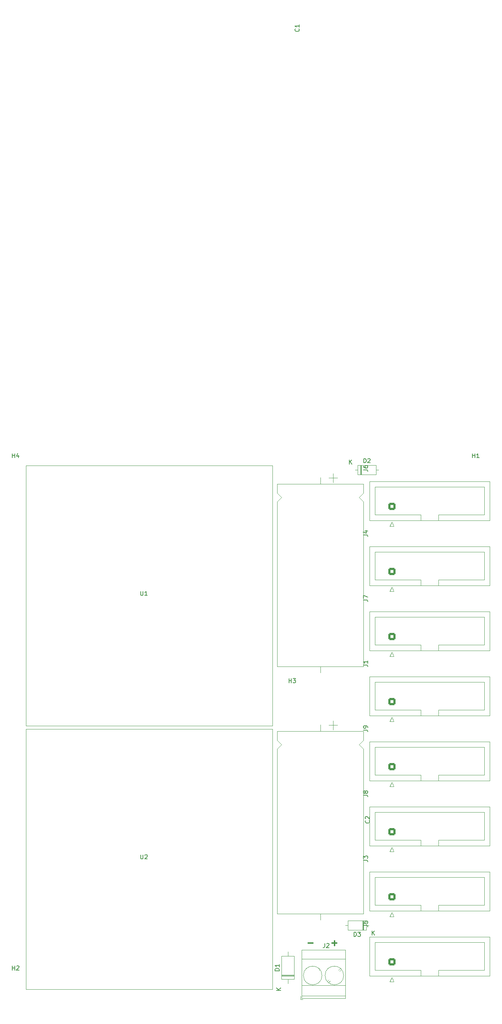
<source format=gto>
%TF.GenerationSoftware,KiCad,Pcbnew,(6.0.0)*%
%TF.CreationDate,2022-06-27T07:24:41-07:00*%
%TF.ProjectId,pwr2,70777232-2e6b-4696-9361-645f70636258,rev?*%
%TF.SameCoordinates,Original*%
%TF.FileFunction,Legend,Top*%
%TF.FilePolarity,Positive*%
%FSLAX46Y46*%
G04 Gerber Fmt 4.6, Leading zero omitted, Abs format (unit mm)*
G04 Created by KiCad (PCBNEW (6.0.0)) date 2022-06-27 07:24:41*
%MOMM*%
%LPD*%
G01*
G04 APERTURE LIST*
G04 Aperture macros list*
%AMRoundRect*
0 Rectangle with rounded corners*
0 $1 Rounding radius*
0 $2 $3 $4 $5 $6 $7 $8 $9 X,Y pos of 4 corners*
0 Add a 4 corners polygon primitive as box body*
4,1,4,$2,$3,$4,$5,$6,$7,$8,$9,$2,$3,0*
0 Add four circle primitives for the rounded corners*
1,1,$1+$1,$2,$3*
1,1,$1+$1,$4,$5*
1,1,$1+$1,$6,$7*
1,1,$1+$1,$8,$9*
0 Add four rect primitives between the rounded corners*
20,1,$1+$1,$2,$3,$4,$5,0*
20,1,$1+$1,$4,$5,$6,$7,0*
20,1,$1+$1,$6,$7,$8,$9,0*
20,1,$1+$1,$8,$9,$2,$3,0*%
G04 Aperture macros list end*
%ADD10C,0.300000*%
%ADD11C,0.150000*%
%ADD12C,0.120000*%
%ADD13C,2.000000*%
%ADD14C,3.500000*%
%ADD15R,2.200000X2.200000*%
%ADD16O,2.200000X2.200000*%
%ADD17RoundRect,0.250000X0.600000X-0.600000X0.600000X0.600000X-0.600000X0.600000X-0.600000X-0.600000X0*%
%ADD18C,1.700000*%
%ADD19C,3.200000*%
%ADD20C,2.600000*%
%ADD21R,2.600000X2.600000*%
%ADD22R,2.800000X2.800000*%
%ADD23O,2.800000X2.800000*%
%ADD24R,1.600000X1.600000*%
%ADD25O,1.600000X1.600000*%
G04 APERTURE END LIST*
D10*
X128968571Y-143617142D02*
X130111428Y-143617142D01*
X134556571Y-143617142D02*
X135699428Y-143617142D01*
X135128000Y-144188571D02*
X135128000Y-143045714D01*
D11*
X89667095Y-122884380D02*
X89667095Y-123693904D01*
X89714714Y-123789142D01*
X89762333Y-123836761D01*
X89857571Y-123884380D01*
X90048047Y-123884380D01*
X90143285Y-123836761D01*
X90190904Y-123789142D01*
X90238523Y-123693904D01*
X90238523Y-122884380D01*
X90667095Y-122979619D02*
X90714714Y-122932000D01*
X90809952Y-122884380D01*
X91048047Y-122884380D01*
X91143285Y-122932000D01*
X91190904Y-122979619D01*
X91238523Y-123074857D01*
X91238523Y-123170095D01*
X91190904Y-123312952D01*
X90619476Y-123884380D01*
X91238523Y-123884380D01*
X89667095Y-61162380D02*
X89667095Y-61971904D01*
X89714714Y-62067142D01*
X89762333Y-62114761D01*
X89857571Y-62162380D01*
X90048047Y-62162380D01*
X90143285Y-62114761D01*
X90190904Y-62067142D01*
X90238523Y-61971904D01*
X90238523Y-61162380D01*
X91238523Y-62162380D02*
X90667095Y-62162380D01*
X90952809Y-62162380D02*
X90952809Y-61162380D01*
X90857571Y-61305238D01*
X90762333Y-61400476D01*
X90667095Y-61448095D01*
X122188380Y-150090095D02*
X121188380Y-150090095D01*
X121188380Y-149852000D01*
X121236000Y-149709142D01*
X121331238Y-149613904D01*
X121426476Y-149566285D01*
X121616952Y-149518666D01*
X121759809Y-149518666D01*
X121950285Y-149566285D01*
X122045523Y-149613904D01*
X122140761Y-149709142D01*
X122188380Y-149852000D01*
X122188380Y-150090095D01*
X122188380Y-148566285D02*
X122188380Y-149137714D01*
X122188380Y-148852000D02*
X121188380Y-148852000D01*
X121331238Y-148947238D01*
X121426476Y-149042476D01*
X121474095Y-149137714D01*
X122558380Y-154693904D02*
X121558380Y-154693904D01*
X122558380Y-154122476D02*
X121986952Y-154551047D01*
X121558380Y-154122476D02*
X122129809Y-154693904D01*
X141942380Y-139398333D02*
X142656666Y-139398333D01*
X142799523Y-139445952D01*
X142894761Y-139541190D01*
X142942380Y-139684047D01*
X142942380Y-139779285D01*
X141942380Y-138445952D02*
X141942380Y-138922142D01*
X142418571Y-138969761D01*
X142370952Y-138922142D01*
X142323333Y-138826904D01*
X142323333Y-138588809D01*
X142370952Y-138493571D01*
X142418571Y-138445952D01*
X142513809Y-138398333D01*
X142751904Y-138398333D01*
X142847142Y-138445952D01*
X142894761Y-138493571D01*
X142942380Y-138588809D01*
X142942380Y-138826904D01*
X142894761Y-138922142D01*
X142847142Y-138969761D01*
X141942380Y-108918333D02*
X142656666Y-108918333D01*
X142799523Y-108965952D01*
X142894761Y-109061190D01*
X142942380Y-109204047D01*
X142942380Y-109299285D01*
X142370952Y-108299285D02*
X142323333Y-108394523D01*
X142275714Y-108442142D01*
X142180476Y-108489761D01*
X142132857Y-108489761D01*
X142037619Y-108442142D01*
X141990000Y-108394523D01*
X141942380Y-108299285D01*
X141942380Y-108108809D01*
X141990000Y-108013571D01*
X142037619Y-107965952D01*
X142132857Y-107918333D01*
X142180476Y-107918333D01*
X142275714Y-107965952D01*
X142323333Y-108013571D01*
X142370952Y-108108809D01*
X142370952Y-108299285D01*
X142418571Y-108394523D01*
X142466190Y-108442142D01*
X142561428Y-108489761D01*
X142751904Y-108489761D01*
X142847142Y-108442142D01*
X142894761Y-108394523D01*
X142942380Y-108299285D01*
X142942380Y-108108809D01*
X142894761Y-108013571D01*
X142847142Y-107965952D01*
X142751904Y-107918333D01*
X142561428Y-107918333D01*
X142466190Y-107965952D01*
X142418571Y-108013571D01*
X142370952Y-108108809D01*
X124460095Y-82612380D02*
X124460095Y-81612380D01*
X124460095Y-82088571D02*
X125031523Y-82088571D01*
X125031523Y-82612380D02*
X125031523Y-81612380D01*
X125412476Y-81612380D02*
X126031523Y-81612380D01*
X125698190Y-81993333D01*
X125841047Y-81993333D01*
X125936285Y-82040952D01*
X125983904Y-82088571D01*
X126031523Y-82183809D01*
X126031523Y-82421904D01*
X125983904Y-82517142D01*
X125936285Y-82564761D01*
X125841047Y-82612380D01*
X125555333Y-82612380D01*
X125460095Y-82564761D01*
X125412476Y-82517142D01*
X167513095Y-29907380D02*
X167513095Y-28907380D01*
X167513095Y-29383571D02*
X168084523Y-29383571D01*
X168084523Y-29907380D02*
X168084523Y-28907380D01*
X169084523Y-29907380D02*
X168513095Y-29907380D01*
X168798809Y-29907380D02*
X168798809Y-28907380D01*
X168703571Y-29050238D01*
X168608333Y-29145476D01*
X168513095Y-29193095D01*
X132864666Y-143663380D02*
X132864666Y-144377666D01*
X132817047Y-144520523D01*
X132721809Y-144615761D01*
X132578952Y-144663380D01*
X132483714Y-144663380D01*
X133293238Y-143758619D02*
X133340857Y-143711000D01*
X133436095Y-143663380D01*
X133674190Y-143663380D01*
X133769428Y-143711000D01*
X133817047Y-143758619D01*
X133864666Y-143853857D01*
X133864666Y-143949095D01*
X133817047Y-144091952D01*
X133245619Y-144663380D01*
X133864666Y-144663380D01*
X168727380Y-154431904D02*
X167727380Y-154431904D01*
X168203571Y-154431904D02*
X168203571Y-153860476D01*
X168727380Y-153860476D02*
X167727380Y-153860476D01*
X167727380Y-152908095D02*
X167727380Y-153384285D01*
X168203571Y-153431904D01*
X168155952Y-153384285D01*
X168108333Y-153289047D01*
X168108333Y-153050952D01*
X168155952Y-152955714D01*
X168203571Y-152908095D01*
X168298809Y-152860476D01*
X168536904Y-152860476D01*
X168632142Y-152908095D01*
X168679761Y-152955714D01*
X168727380Y-153050952D01*
X168727380Y-153289047D01*
X168679761Y-153384285D01*
X168632142Y-153431904D01*
X141942380Y-63198333D02*
X142656666Y-63198333D01*
X142799523Y-63245952D01*
X142894761Y-63341190D01*
X142942380Y-63484047D01*
X142942380Y-63579285D01*
X141942380Y-62817380D02*
X141942380Y-62150714D01*
X142942380Y-62579285D01*
X143298142Y-114867666D02*
X143345761Y-114915285D01*
X143393380Y-115058142D01*
X143393380Y-115153380D01*
X143345761Y-115296238D01*
X143250523Y-115391476D01*
X143155285Y-115439095D01*
X142964809Y-115486714D01*
X142821952Y-115486714D01*
X142631476Y-115439095D01*
X142536238Y-115391476D01*
X142441000Y-115296238D01*
X142393380Y-115153380D01*
X142393380Y-115058142D01*
X142441000Y-114915285D01*
X142488619Y-114867666D01*
X142488619Y-114486714D02*
X142441000Y-114439095D01*
X142393380Y-114343857D01*
X142393380Y-114105761D01*
X142441000Y-114010523D01*
X142488619Y-113962904D01*
X142583857Y-113915285D01*
X142679095Y-113915285D01*
X142821952Y-113962904D01*
X143393380Y-114534333D01*
X143393380Y-113915285D01*
X139723904Y-142018380D02*
X139723904Y-141018380D01*
X139962000Y-141018380D01*
X140104857Y-141066000D01*
X140200095Y-141161238D01*
X140247714Y-141256476D01*
X140295333Y-141446952D01*
X140295333Y-141589809D01*
X140247714Y-141780285D01*
X140200095Y-141875523D01*
X140104857Y-141970761D01*
X139962000Y-142018380D01*
X139723904Y-142018380D01*
X140628666Y-141018380D02*
X141247714Y-141018380D01*
X140914380Y-141399333D01*
X141057238Y-141399333D01*
X141152476Y-141446952D01*
X141200095Y-141494571D01*
X141247714Y-141589809D01*
X141247714Y-141827904D01*
X141200095Y-141923142D01*
X141152476Y-141970761D01*
X141057238Y-142018380D01*
X140771523Y-142018380D01*
X140676285Y-141970761D01*
X140628666Y-141923142D01*
X144010095Y-141698380D02*
X144010095Y-140698380D01*
X144581523Y-141698380D02*
X144152952Y-141126952D01*
X144581523Y-140698380D02*
X144010095Y-141269809D01*
X59563095Y-149922380D02*
X59563095Y-148922380D01*
X59563095Y-149398571D02*
X60134523Y-149398571D01*
X60134523Y-149922380D02*
X60134523Y-148922380D01*
X60563095Y-149017619D02*
X60610714Y-148970000D01*
X60705952Y-148922380D01*
X60944047Y-148922380D01*
X61039285Y-148970000D01*
X61086904Y-149017619D01*
X61134523Y-149112857D01*
X61134523Y-149208095D01*
X61086904Y-149350952D01*
X60515476Y-149922380D01*
X61134523Y-149922380D01*
X142009904Y-31098380D02*
X142009904Y-30098380D01*
X142248000Y-30098380D01*
X142390857Y-30146000D01*
X142486095Y-30241238D01*
X142533714Y-30336476D01*
X142581333Y-30526952D01*
X142581333Y-30669809D01*
X142533714Y-30860285D01*
X142486095Y-30955523D01*
X142390857Y-31050761D01*
X142248000Y-31098380D01*
X142009904Y-31098380D01*
X142962285Y-30193619D02*
X143009904Y-30146000D01*
X143105142Y-30098380D01*
X143343238Y-30098380D01*
X143438476Y-30146000D01*
X143486095Y-30193619D01*
X143533714Y-30288857D01*
X143533714Y-30384095D01*
X143486095Y-30526952D01*
X142914666Y-31098380D01*
X143533714Y-31098380D01*
X138676095Y-31418380D02*
X138676095Y-30418380D01*
X139247523Y-31418380D02*
X138818952Y-30846952D01*
X139247523Y-30418380D02*
X138676095Y-30989809D01*
X126793142Y70581833D02*
X126840761Y70534214D01*
X126888380Y70391357D01*
X126888380Y70296119D01*
X126840761Y70153261D01*
X126745523Y70058023D01*
X126650285Y70010404D01*
X126459809Y69962785D01*
X126316952Y69962785D01*
X126126476Y70010404D01*
X126031238Y70058023D01*
X125936000Y70153261D01*
X125888380Y70296119D01*
X125888380Y70391357D01*
X125936000Y70534214D01*
X125983619Y70581833D01*
X126888380Y71534214D02*
X126888380Y70962785D01*
X126888380Y71248500D02*
X125888380Y71248500D01*
X126031238Y71153261D01*
X126126476Y71058023D01*
X126174095Y70962785D01*
X141942380Y-124158333D02*
X142656666Y-124158333D01*
X142799523Y-124205952D01*
X142894761Y-124301190D01*
X142942380Y-124444047D01*
X142942380Y-124539285D01*
X141942380Y-123777380D02*
X141942380Y-123158333D01*
X142323333Y-123491666D01*
X142323333Y-123348809D01*
X142370952Y-123253571D01*
X142418571Y-123205952D01*
X142513809Y-123158333D01*
X142751904Y-123158333D01*
X142847142Y-123205952D01*
X142894761Y-123253571D01*
X142942380Y-123348809D01*
X142942380Y-123634523D01*
X142894761Y-123729761D01*
X142847142Y-123777380D01*
X59563095Y-29907380D02*
X59563095Y-28907380D01*
X59563095Y-29383571D02*
X60134523Y-29383571D01*
X60134523Y-29907380D02*
X60134523Y-28907380D01*
X61039285Y-29240714D02*
X61039285Y-29907380D01*
X60801190Y-28859761D02*
X60563095Y-29574047D01*
X61182142Y-29574047D01*
X141942380Y-47958333D02*
X142656666Y-47958333D01*
X142799523Y-48005952D01*
X142894761Y-48101190D01*
X142942380Y-48244047D01*
X142942380Y-48339285D01*
X142275714Y-47053571D02*
X142942380Y-47053571D01*
X141894761Y-47291666D02*
X142609047Y-47529761D01*
X142609047Y-46910714D01*
X141942380Y-93678333D02*
X142656666Y-93678333D01*
X142799523Y-93725952D01*
X142894761Y-93821190D01*
X142942380Y-93964047D01*
X142942380Y-94059285D01*
X142942380Y-93154523D02*
X142942380Y-92964047D01*
X142894761Y-92868809D01*
X142847142Y-92821190D01*
X142704285Y-92725952D01*
X142513809Y-92678333D01*
X142132857Y-92678333D01*
X142037619Y-92725952D01*
X141990000Y-92773571D01*
X141942380Y-92868809D01*
X141942380Y-93059285D01*
X141990000Y-93154523D01*
X142037619Y-93202142D01*
X142132857Y-93249761D01*
X142370952Y-93249761D01*
X142466190Y-93202142D01*
X142513809Y-93154523D01*
X142561428Y-93059285D01*
X142561428Y-92868809D01*
X142513809Y-92773571D01*
X142466190Y-92725952D01*
X142370952Y-92678333D01*
X141942380Y-32718333D02*
X142656666Y-32718333D01*
X142799523Y-32765952D01*
X142894761Y-32861190D01*
X142942380Y-33004047D01*
X142942380Y-33099285D01*
X141942380Y-31813571D02*
X141942380Y-32004047D01*
X141990000Y-32099285D01*
X142037619Y-32146904D01*
X142180476Y-32242142D01*
X142370952Y-32289761D01*
X142751904Y-32289761D01*
X142847142Y-32242142D01*
X142894761Y-32194523D01*
X142942380Y-32099285D01*
X142942380Y-31908809D01*
X142894761Y-31813571D01*
X142847142Y-31765952D01*
X142751904Y-31718333D01*
X142513809Y-31718333D01*
X142418571Y-31765952D01*
X142370952Y-31813571D01*
X142323333Y-31908809D01*
X142323333Y-32099285D01*
X142370952Y-32194523D01*
X142418571Y-32242142D01*
X142513809Y-32289761D01*
X141942380Y-78438333D02*
X142656666Y-78438333D01*
X142799523Y-78485952D01*
X142894761Y-78581190D01*
X142942380Y-78724047D01*
X142942380Y-78819285D01*
X142942380Y-77438333D02*
X142942380Y-78009761D01*
X142942380Y-77724047D02*
X141942380Y-77724047D01*
X142085238Y-77819285D01*
X142180476Y-77914523D01*
X142228095Y-78009761D01*
D12*
X62744000Y-93452000D02*
X120644000Y-93452000D01*
X120644000Y-93452000D02*
X120644000Y-154452000D01*
X120644000Y-154452000D02*
X62744000Y-154452000D01*
X62744000Y-154452000D02*
X62744000Y-93452000D01*
X62744000Y-31730000D02*
X120644000Y-31730000D01*
X120644000Y-31730000D02*
X120644000Y-92730000D01*
X120644000Y-92730000D02*
X62744000Y-92730000D01*
X62744000Y-92730000D02*
X62744000Y-31730000D01*
X122736000Y-151172000D02*
X125676000Y-151172000D01*
X122736000Y-151292000D02*
X125676000Y-151292000D01*
X124206000Y-145612000D02*
X124206000Y-146632000D01*
X122736000Y-146632000D02*
X122736000Y-152072000D01*
X125676000Y-152072000D02*
X125676000Y-146632000D01*
X122736000Y-151052000D02*
X125676000Y-151052000D01*
X124206000Y-153092000D02*
X124206000Y-152072000D01*
X122736000Y-152072000D02*
X125676000Y-152072000D01*
X125676000Y-146632000D02*
X122736000Y-146632000D01*
X143380000Y-142125000D02*
X171580000Y-142125000D01*
X170280000Y-149935000D02*
X159530000Y-149935000D01*
X171580000Y-151245000D02*
X143380000Y-151245000D01*
X171580000Y-142125000D02*
X171580000Y-151245000D01*
X144680000Y-143435000D02*
X170280000Y-143435000D01*
X148590000Y-151635000D02*
X148090000Y-152635000D01*
X143380000Y-151245000D02*
X143380000Y-142125000D01*
X149090000Y-152635000D02*
X148590000Y-151635000D01*
X144680000Y-149935000D02*
X144680000Y-143435000D01*
X159530000Y-149935000D02*
X159530000Y-149935000D01*
X159530000Y-149935000D02*
X159530000Y-151245000D01*
X170280000Y-143435000D02*
X170280000Y-149935000D01*
X155430000Y-149935000D02*
X144680000Y-149935000D01*
X148090000Y-152635000D02*
X149090000Y-152635000D01*
X155430000Y-151245000D02*
X155430000Y-149935000D01*
X159530000Y-119455000D02*
X159530000Y-119455000D01*
X143380000Y-120765000D02*
X143380000Y-111645000D01*
X148090000Y-122155000D02*
X149090000Y-122155000D01*
X171580000Y-120765000D02*
X143380000Y-120765000D01*
X170280000Y-112955000D02*
X170280000Y-119455000D01*
X149090000Y-122155000D02*
X148590000Y-121155000D01*
X144680000Y-112955000D02*
X170280000Y-112955000D01*
X143380000Y-111645000D02*
X171580000Y-111645000D01*
X148590000Y-121155000D02*
X148090000Y-122155000D01*
X159530000Y-119455000D02*
X159530000Y-120765000D01*
X155430000Y-120765000D02*
X155430000Y-119455000D01*
X155430000Y-119455000D02*
X144680000Y-119455000D01*
X170280000Y-119455000D02*
X159530000Y-119455000D01*
X171580000Y-111645000D02*
X171580000Y-120765000D01*
X144680000Y-119455000D02*
X144680000Y-112955000D01*
X137303000Y-151176000D02*
G75*
G03*
X137303000Y-151176000I-2180000J0D01*
G01*
X132223000Y-151176000D02*
G75*
G03*
X132223000Y-151176000I-2180000J0D01*
G01*
X131431000Y-149522000D02*
X131324000Y-149629000D01*
X131697000Y-149788000D02*
X131590000Y-149895000D01*
X127443000Y-153476000D02*
X137723000Y-153476000D01*
X128761000Y-152723000D02*
X128655000Y-152830000D01*
X127443000Y-156536000D02*
X137723000Y-156536000D01*
X127203000Y-156776000D02*
X127703000Y-156776000D01*
X127443000Y-145216000D02*
X127443000Y-156536000D01*
X128495000Y-152457000D02*
X128389000Y-152564000D01*
X127443000Y-155976000D02*
X137723000Y-155976000D01*
X136777000Y-149788000D02*
X136382000Y-150184000D01*
X133865000Y-152168000D02*
X133470000Y-152564000D01*
X127443000Y-145216000D02*
X137723000Y-145216000D01*
X134116000Y-152450000D02*
X133736000Y-152830000D01*
X136511000Y-149522000D02*
X136131000Y-149902000D01*
X127203000Y-156036000D02*
X127203000Y-156776000D01*
X137723000Y-145216000D02*
X137723000Y-156536000D01*
X127443000Y-147276000D02*
X137723000Y-147276000D01*
X148590000Y-75435000D02*
X148090000Y-76435000D01*
X170280000Y-73735000D02*
X159530000Y-73735000D01*
X148090000Y-76435000D02*
X149090000Y-76435000D01*
X155430000Y-75045000D02*
X155430000Y-73735000D01*
X171580000Y-75045000D02*
X143380000Y-75045000D01*
X159530000Y-73735000D02*
X159530000Y-73735000D01*
X149090000Y-76435000D02*
X148590000Y-75435000D01*
X143380000Y-75045000D02*
X143380000Y-65925000D01*
X144680000Y-67235000D02*
X170280000Y-67235000D01*
X143380000Y-65925000D02*
X171580000Y-65925000D01*
X171580000Y-65925000D02*
X171580000Y-75045000D01*
X144680000Y-73735000D02*
X144680000Y-67235000D01*
X170280000Y-67235000D02*
X170280000Y-73735000D01*
X159530000Y-73735000D02*
X159530000Y-75045000D01*
X155430000Y-73735000D02*
X144680000Y-73735000D01*
X121706000Y-98146000D02*
X121706000Y-136686000D01*
X135876000Y-92546000D02*
X133776000Y-92546000D01*
X141946000Y-93946000D02*
X121706000Y-93946000D01*
X121706000Y-96046000D02*
X122756000Y-97096000D01*
X131826000Y-92456000D02*
X131826000Y-93946000D01*
X122756000Y-97096000D02*
X121706000Y-98146000D01*
X131826000Y-138176000D02*
X131826000Y-136686000D01*
X121706000Y-93946000D02*
X121706000Y-96046000D01*
X140896000Y-97096000D02*
X141946000Y-98146000D01*
X134826000Y-91496000D02*
X134826000Y-93596000D01*
X141946000Y-96046000D02*
X140896000Y-97096000D01*
X141946000Y-98146000D02*
X141946000Y-136686000D01*
X141946000Y-136686000D02*
X121706000Y-136686000D01*
X141946000Y-93946000D02*
X141946000Y-96046000D01*
X138342000Y-140566000D02*
X142582000Y-140566000D01*
X138342000Y-138326000D02*
X138342000Y-140566000D01*
X143232000Y-139446000D02*
X142582000Y-139446000D01*
X137692000Y-139446000D02*
X138342000Y-139446000D01*
X141982000Y-140566000D02*
X141982000Y-138326000D01*
X142582000Y-138326000D02*
X138342000Y-138326000D01*
X141742000Y-140566000D02*
X141742000Y-138326000D01*
X141862000Y-140566000D02*
X141862000Y-138326000D01*
X142582000Y-140566000D02*
X142582000Y-138326000D01*
X144868000Y-33886000D02*
X144868000Y-31646000D01*
X141468000Y-31646000D02*
X141468000Y-33886000D01*
X140628000Y-33886000D02*
X144868000Y-33886000D01*
X145518000Y-32766000D02*
X144868000Y-32766000D01*
X140628000Y-31646000D02*
X140628000Y-33886000D01*
X139978000Y-32766000D02*
X140628000Y-32766000D01*
X141348000Y-31646000D02*
X141348000Y-33886000D01*
X144868000Y-31646000D02*
X140628000Y-31646000D01*
X141228000Y-31646000D02*
X141228000Y-33886000D01*
X131826000Y-80264000D02*
X131826000Y-78774000D01*
X135876000Y-34634000D02*
X133776000Y-34634000D01*
X141946000Y-36034000D02*
X121706000Y-36034000D01*
X141946000Y-40234000D02*
X141946000Y-78774000D01*
X121706000Y-38134000D02*
X122756000Y-39184000D01*
X141946000Y-36034000D02*
X141946000Y-38134000D01*
X140896000Y-39184000D02*
X141946000Y-40234000D01*
X141946000Y-78774000D02*
X121706000Y-78774000D01*
X122756000Y-39184000D02*
X121706000Y-40234000D01*
X131826000Y-34544000D02*
X131826000Y-36034000D01*
X121706000Y-40234000D02*
X121706000Y-78774000D01*
X121706000Y-36034000D02*
X121706000Y-38134000D01*
X134826000Y-33584000D02*
X134826000Y-35684000D01*
X141946000Y-38134000D02*
X140896000Y-39184000D01*
X159530000Y-134695000D02*
X159530000Y-134695000D01*
X170280000Y-134695000D02*
X159530000Y-134695000D01*
X149090000Y-137395000D02*
X148590000Y-136395000D01*
X171580000Y-126885000D02*
X171580000Y-136005000D01*
X148590000Y-136395000D02*
X148090000Y-137395000D01*
X171580000Y-136005000D02*
X143380000Y-136005000D01*
X155430000Y-136005000D02*
X155430000Y-134695000D01*
X144680000Y-128195000D02*
X170280000Y-128195000D01*
X143380000Y-126885000D02*
X171580000Y-126885000D01*
X159530000Y-134695000D02*
X159530000Y-136005000D01*
X170280000Y-128195000D02*
X170280000Y-134695000D01*
X144680000Y-134695000D02*
X144680000Y-128195000D01*
X143380000Y-136005000D02*
X143380000Y-126885000D01*
X148090000Y-137395000D02*
X149090000Y-137395000D01*
X155430000Y-134695000D02*
X144680000Y-134695000D01*
X149090000Y-61195000D02*
X148590000Y-60195000D01*
X159530000Y-58495000D02*
X159530000Y-59805000D01*
X170280000Y-51995000D02*
X170280000Y-58495000D01*
X171580000Y-59805000D02*
X143380000Y-59805000D01*
X159530000Y-58495000D02*
X159530000Y-58495000D01*
X144680000Y-51995000D02*
X170280000Y-51995000D01*
X170280000Y-58495000D02*
X159530000Y-58495000D01*
X148590000Y-60195000D02*
X148090000Y-61195000D01*
X148090000Y-61195000D02*
X149090000Y-61195000D01*
X155430000Y-59805000D02*
X155430000Y-58495000D01*
X144680000Y-58495000D02*
X144680000Y-51995000D01*
X155430000Y-58495000D02*
X144680000Y-58495000D01*
X143380000Y-50685000D02*
X171580000Y-50685000D01*
X143380000Y-59805000D02*
X143380000Y-50685000D01*
X171580000Y-50685000D02*
X171580000Y-59805000D01*
X148090000Y-106915000D02*
X149090000Y-106915000D01*
X155430000Y-104215000D02*
X144680000Y-104215000D01*
X143380000Y-105525000D02*
X143380000Y-96405000D01*
X143380000Y-96405000D02*
X171580000Y-96405000D01*
X171580000Y-105525000D02*
X143380000Y-105525000D01*
X144680000Y-104215000D02*
X144680000Y-97715000D01*
X171580000Y-96405000D02*
X171580000Y-105525000D01*
X149090000Y-106915000D02*
X148590000Y-105915000D01*
X170280000Y-104215000D02*
X159530000Y-104215000D01*
X159530000Y-104215000D02*
X159530000Y-105525000D01*
X144680000Y-97715000D02*
X170280000Y-97715000D01*
X155430000Y-105525000D02*
X155430000Y-104215000D01*
X170280000Y-97715000D02*
X170280000Y-104215000D01*
X148590000Y-105915000D02*
X148090000Y-106915000D01*
X159530000Y-104215000D02*
X159530000Y-104215000D01*
X155430000Y-43255000D02*
X144680000Y-43255000D01*
X159530000Y-43255000D02*
X159530000Y-44565000D01*
X143380000Y-44565000D02*
X143380000Y-35445000D01*
X143380000Y-35445000D02*
X171580000Y-35445000D01*
X171580000Y-35445000D02*
X171580000Y-44565000D01*
X171580000Y-44565000D02*
X143380000Y-44565000D01*
X149090000Y-45955000D02*
X148590000Y-44955000D01*
X170280000Y-43255000D02*
X159530000Y-43255000D01*
X144680000Y-36755000D02*
X170280000Y-36755000D01*
X144680000Y-43255000D02*
X144680000Y-36755000D01*
X148590000Y-44955000D02*
X148090000Y-45955000D01*
X170280000Y-36755000D02*
X170280000Y-43255000D01*
X159530000Y-43255000D02*
X159530000Y-43255000D01*
X148090000Y-45955000D02*
X149090000Y-45955000D01*
X155430000Y-44565000D02*
X155430000Y-43255000D01*
X159530000Y-88975000D02*
X159530000Y-88975000D01*
X143380000Y-81165000D02*
X171580000Y-81165000D01*
X171580000Y-90285000D02*
X143380000Y-90285000D01*
X170280000Y-82475000D02*
X170280000Y-88975000D01*
X171580000Y-81165000D02*
X171580000Y-90285000D01*
X155430000Y-90285000D02*
X155430000Y-88975000D01*
X159530000Y-88975000D02*
X159530000Y-90285000D01*
X144680000Y-82475000D02*
X170280000Y-82475000D01*
X149090000Y-91675000D02*
X148590000Y-90675000D01*
X143380000Y-90285000D02*
X143380000Y-81165000D01*
X148090000Y-91675000D02*
X149090000Y-91675000D01*
X144680000Y-88975000D02*
X144680000Y-82475000D01*
X170280000Y-88975000D02*
X159530000Y-88975000D01*
X148590000Y-90675000D02*
X148090000Y-91675000D01*
X155430000Y-88975000D02*
X144680000Y-88975000D01*
%LPC*%
D13*
X67569000Y-106152000D03*
X67569000Y-116312000D03*
X67569000Y-131552000D03*
X67569000Y-141712000D03*
D14*
X115829000Y-141712000D03*
D13*
X115829000Y-131552000D03*
X115829000Y-123932000D03*
X115829000Y-116312000D03*
D14*
X115829000Y-106152000D03*
D13*
X67569000Y-44430000D03*
X67569000Y-54590000D03*
X67569000Y-69830000D03*
X67569000Y-79990000D03*
D14*
X115829000Y-79990000D03*
D13*
X115829000Y-69830000D03*
X115829000Y-62210000D03*
X115829000Y-54590000D03*
D14*
X115829000Y-44430000D03*
D15*
X124206000Y-154432000D03*
D16*
X124206000Y-144272000D03*
D17*
X148590000Y-147955000D03*
D18*
X148590000Y-145415000D03*
X151130000Y-147955000D03*
X151130000Y-145415000D03*
X153670000Y-147955000D03*
X153670000Y-145415000D03*
X156210000Y-147955000D03*
X156210000Y-145415000D03*
X158750000Y-147955000D03*
X158750000Y-145415000D03*
X161290000Y-147955000D03*
X161290000Y-145415000D03*
X163830000Y-147955000D03*
X163830000Y-145415000D03*
X166370000Y-147955000D03*
X166370000Y-145415000D03*
D17*
X148590000Y-117475000D03*
D18*
X148590000Y-114935000D03*
X151130000Y-117475000D03*
X151130000Y-114935000D03*
X153670000Y-117475000D03*
X153670000Y-114935000D03*
X156210000Y-117475000D03*
X156210000Y-114935000D03*
X158750000Y-117475000D03*
X158750000Y-114935000D03*
X161290000Y-117475000D03*
X161290000Y-114935000D03*
X163830000Y-117475000D03*
X163830000Y-114935000D03*
X166370000Y-117475000D03*
X166370000Y-114935000D03*
D19*
X125222000Y-86360000D03*
X168275000Y-33655000D03*
D20*
X135123000Y-151176000D03*
D21*
X130043000Y-151176000D03*
D19*
X168275000Y-153670000D03*
D17*
X148590000Y-71755000D03*
D18*
X148590000Y-69215000D03*
X151130000Y-71755000D03*
X151130000Y-69215000D03*
X153670000Y-71755000D03*
X153670000Y-69215000D03*
X156210000Y-71755000D03*
X156210000Y-69215000D03*
X158750000Y-71755000D03*
X158750000Y-69215000D03*
X161290000Y-71755000D03*
X161290000Y-69215000D03*
X163830000Y-71755000D03*
X163830000Y-69215000D03*
X166370000Y-71755000D03*
X166370000Y-69215000D03*
D22*
X131826000Y-90816000D03*
D23*
X131826000Y-139816000D03*
D24*
X144272000Y-139446000D03*
D25*
X136652000Y-139446000D03*
D19*
X60325000Y-153670000D03*
D24*
X138938000Y-32766000D03*
D25*
X146558000Y-32766000D03*
D22*
X131826000Y-32904000D03*
D23*
X131826000Y-81904000D03*
D17*
X148590000Y-132715000D03*
D18*
X148590000Y-130175000D03*
X151130000Y-132715000D03*
X151130000Y-130175000D03*
X153670000Y-132715000D03*
X153670000Y-130175000D03*
X156210000Y-132715000D03*
X156210000Y-130175000D03*
X158750000Y-132715000D03*
X158750000Y-130175000D03*
X161290000Y-132715000D03*
X161290000Y-130175000D03*
X163830000Y-132715000D03*
X163830000Y-130175000D03*
X166370000Y-132715000D03*
X166370000Y-130175000D03*
D19*
X60325000Y-33655000D03*
D17*
X148590000Y-56515000D03*
D18*
X148590000Y-53975000D03*
X151130000Y-56515000D03*
X151130000Y-53975000D03*
X153670000Y-56515000D03*
X153670000Y-53975000D03*
X156210000Y-56515000D03*
X156210000Y-53975000D03*
X158750000Y-56515000D03*
X158750000Y-53975000D03*
X161290000Y-56515000D03*
X161290000Y-53975000D03*
X163830000Y-56515000D03*
X163830000Y-53975000D03*
X166370000Y-56515000D03*
X166370000Y-53975000D03*
D17*
X148590000Y-102235000D03*
D18*
X148590000Y-99695000D03*
X151130000Y-102235000D03*
X151130000Y-99695000D03*
X153670000Y-102235000D03*
X153670000Y-99695000D03*
X156210000Y-102235000D03*
X156210000Y-99695000D03*
X158750000Y-102235000D03*
X158750000Y-99695000D03*
X161290000Y-102235000D03*
X161290000Y-99695000D03*
X163830000Y-102235000D03*
X163830000Y-99695000D03*
X166370000Y-102235000D03*
X166370000Y-99695000D03*
D17*
X148590000Y-41275000D03*
D18*
X148590000Y-38735000D03*
X151130000Y-41275000D03*
X151130000Y-38735000D03*
X153670000Y-41275000D03*
X153670000Y-38735000D03*
X156210000Y-41275000D03*
X156210000Y-38735000D03*
X158750000Y-41275000D03*
X158750000Y-38735000D03*
X161290000Y-41275000D03*
X161290000Y-38735000D03*
X163830000Y-41275000D03*
X163830000Y-38735000D03*
X166370000Y-41275000D03*
X166370000Y-38735000D03*
D17*
X148590000Y-86995000D03*
D18*
X148590000Y-84455000D03*
X151130000Y-86995000D03*
X151130000Y-84455000D03*
X153670000Y-86995000D03*
X153670000Y-84455000D03*
X156210000Y-86995000D03*
X156210000Y-84455000D03*
X158750000Y-86995000D03*
X158750000Y-84455000D03*
X161290000Y-86995000D03*
X161290000Y-84455000D03*
X163830000Y-86995000D03*
X163830000Y-84455000D03*
X166370000Y-86995000D03*
X166370000Y-84455000D03*
M02*

</source>
